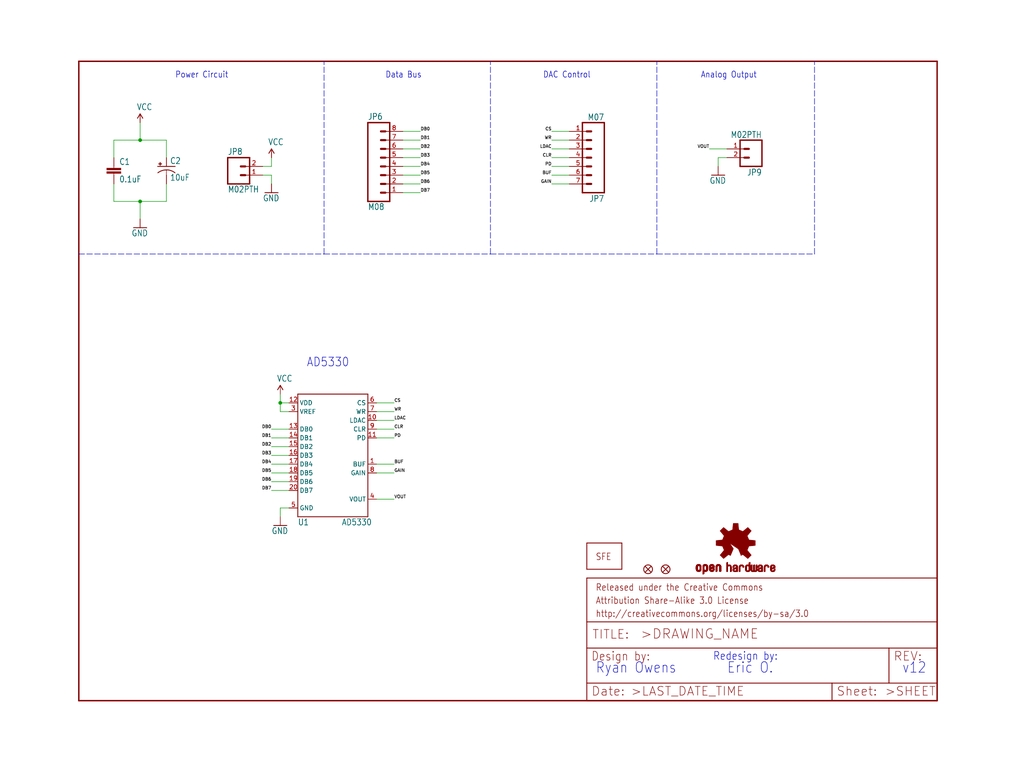
<source format=kicad_sch>
(kicad_sch (version 20211123) (generator eeschema)
  (paper "User" 297.002 223.926)
  (lib_symbols
    (symbol "eagleSchem-eagle-import:0.1UF-25V(+80{slash}-20%)(0603)"
      (property "Reference" "C" (at 1.524 2.921 0))
      (property "Value" "0.1UF-25V(+80{slash}-20%)(0603)" (at 1.524 -2.159 0))
      (symbol "0.1UF-25V(+80{slash}-20%)(0603)_1_0"
        (pin passive line (at 0 5.08 270) (length 2.54) (name "1") (number "1"))
        (pin passive line (at 0 -2.54 90) (length 2.54) (name "2") (number "2"))
      )
    )
    (symbol "eagleSchem-eagle-import:10UF-16V-10%(TANT)"
      (property "Reference" "C" (at 1.016 0.635 0))
      (property "Value" "10UF-16V-10%(TANT)" (at 1.016 -4.191 0))
      (symbol "10UF-16V-10%(TANT)_1_0"
        (pin passive line (at 0 2.54 270) (length 2.54) (name "+") (number "A"))
        (pin passive line (at 0 -5.08 90) (length 2.54) (name "-") (number "C"))
      )
    )
    (symbol "eagleSchem-eagle-import:AD5330"
      (property "Reference" "U" (at -10.16 -20.32 0))
      (property "Value" "AD5330" (at 2.54 -20.32 0))
      (symbol "AD5330_1_0"
        (pin bidirectional line (at 12.7 -2.54 180) (length 2.54) (name "BUF") (number "1"))
        (pin bidirectional line (at 12.7 10.16 180) (length 2.54) (name "LDAC") (number "10"))
        (pin bidirectional line (at 12.7 5.08 180) (length 2.54) (name "PD") (number "11"))
        (pin bidirectional line (at -12.7 15.24 0) (length 2.54) (name "VDD") (number "12"))
        (pin bidirectional line (at -12.7 7.62 0) (length 2.54) (name "DB0") (number "13"))
        (pin bidirectional line (at -12.7 5.08 0) (length 2.54) (name "DB1") (number "14"))
        (pin bidirectional line (at -12.7 2.54 0) (length 2.54) (name "DB2") (number "15"))
        (pin bidirectional line (at -12.7 0 0) (length 2.54) (name "DB3") (number "16"))
        (pin bidirectional line (at -12.7 -2.54 0) (length 2.54) (name "DB4") (number "17"))
        (pin bidirectional line (at -12.7 -5.08 0) (length 2.54) (name "DB5") (number "18"))
        (pin bidirectional line (at -12.7 -7.62 0) (length 2.54) (name "DB6") (number "19"))
        (pin bidirectional line (at -12.7 -10.16 0) (length 2.54) (name "DB7") (number "20"))
        (pin bidirectional line (at -12.7 12.7 0) (length 2.54) (name "VREF") (number "3"))
        (pin bidirectional line (at 12.7 -12.7 180) (length 2.54) (name "VOUT") (number "4"))
        (pin bidirectional line (at -12.7 -15.24 0) (length 2.54) (name "GND") (number "5"))
        (pin bidirectional line (at 12.7 15.24 180) (length 2.54) (name "CS") (number "6"))
        (pin bidirectional line (at 12.7 12.7 180) (length 2.54) (name "WR") (number "7"))
        (pin bidirectional line (at 12.7 -5.08 180) (length 2.54) (name "GAIN") (number "8"))
        (pin bidirectional line (at 12.7 7.62 180) (length 2.54) (name "CLR") (number "9"))
      )
    )
    (symbol "eagleSchem-eagle-import:FIDUCIAL1X2")
    (symbol "eagleSchem-eagle-import:FRAME-LETTER"
      (symbol "FRAME-LETTER_2_0"
        (text ">DRAWING_NAME" (at 15.494 17.78 0) (effects (font (size 2.7432 2.7432)) (justify left bottom)))
        (text ">LAST_DATE_TIME" (at 12.7 1.27 0) (effects (font (size 2.54 2.54)) (justify left bottom)))
        (text ">SHEET" (at 86.36 1.27 0) (effects (font (size 2.54 2.54)) (justify left bottom)))
        (text "Attribution Share-Alike 3.0 License" (at 2.54 27.94 0) (effects (font (size 1.9304 1.6408)) (justify left bottom)))
        (text "Date:" (at 1.27 1.27 0) (effects (font (size 2.54 2.54)) (justify left bottom)))
        (text "Design by:" (at 1.27 11.43 0) (effects (font (size 2.54 2.159)) (justify left bottom)))
        (text "http://creativecommons.org/licenses/by-sa/3.0" (at 2.54 24.13 0) (effects (font (size 1.9304 1.6408)) (justify left bottom)))
        (text "Released under the Creative Commons" (at 2.54 31.75 0) (effects (font (size 1.9304 1.6408)) (justify left bottom)))
        (text "REV:" (at 88.9 11.43 0) (effects (font (size 2.54 2.54)) (justify left bottom)))
        (text "Sheet:" (at 72.39 1.27 0) (effects (font (size 2.54 2.54)) (justify left bottom)))
        (text "TITLE:" (at 1.524 17.78 0) (effects (font (size 2.54 2.54)) (justify left bottom)))
      )
    )
    (symbol "eagleSchem-eagle-import:GND" (power)
      (property "Value" "GND" (at -2.54 -2.54 0))
      (symbol "GND_1_0"
        (pin power_in line (at 0 2.54 270) (length 2.54) (name "GND") (number "1"))
      )
    )
    (symbol "eagleSchem-eagle-import:LOGO-SFENEW"
      (symbol "LOGO-SFENEW_1_0"
        (text "SFE" (at 0 0 0) (effects (font (size 1.9304 1.6408)) (justify left bottom)))
      )
    )
    (symbol "eagleSchem-eagle-import:M02PTH"
      (property "Reference" "JP" (at -2.54 5.842 0))
      (property "Value" "M02PTH" (at -2.54 -5.08 0))
      (symbol "M02PTH_1_0"
        (pin passive line (at 7.62 0 180) (length 5.08) (name "1") (number "1"))
        (pin passive line (at 7.62 2.54 180) (length 5.08) (name "2") (number "2"))
      )
    )
    (symbol "eagleSchem-eagle-import:M07"
      (property "Reference" "JP" (at -5.08 13.462 0))
      (property "Value" "M07" (at -5.08 -10.16 0))
      (symbol "M07_1_0"
        (pin passive line (at 5.08 -5.08 180) (length 5.08) (name "1") (number "1"))
        (pin passive line (at 5.08 -2.54 180) (length 5.08) (name "2") (number "2"))
        (pin passive line (at 5.08 0 180) (length 5.08) (name "3") (number "3"))
        (pin passive line (at 5.08 2.54 180) (length 5.08) (name "4") (number "4"))
        (pin passive line (at 5.08 5.08 180) (length 5.08) (name "5") (number "5"))
        (pin passive line (at 5.08 7.62 180) (length 5.08) (name "6") (number "6"))
        (pin passive line (at 5.08 10.16 180) (length 5.08) (name "7") (number "7"))
      )
    )
    (symbol "eagleSchem-eagle-import:M08"
      (property "Reference" "JP" (at -5.08 13.462 0))
      (property "Value" "M08" (at -5.08 -12.7 0))
      (symbol "M08_1_0"
        (pin passive line (at 5.08 -7.62 180) (length 5.08) (name "1") (number "1"))
        (pin passive line (at 5.08 -5.08 180) (length 5.08) (name "2") (number "2"))
        (pin passive line (at 5.08 -2.54 180) (length 5.08) (name "3") (number "3"))
        (pin passive line (at 5.08 0 180) (length 5.08) (name "4") (number "4"))
        (pin passive line (at 5.08 2.54 180) (length 5.08) (name "5") (number "5"))
        (pin passive line (at 5.08 5.08 180) (length 5.08) (name "6") (number "6"))
        (pin passive line (at 5.08 7.62 180) (length 5.08) (name "7") (number "7"))
        (pin passive line (at 5.08 10.16 180) (length 5.08) (name "8") (number "8"))
      )
    )
    (symbol "eagleSchem-eagle-import:OSHW-LOGOS")
    (symbol "eagleSchem-eagle-import:VCC" (power)
      (property "Value" "VCC" (at -1.016 3.556 0))
      (symbol "VCC_1_0"
        (pin power_in line (at 0 0 90) (length 2.54) (name "VCC") (number "1"))
      )
    )
  )
  (junction (at 40.64 40.64))
  (junction (at 40.64 58.42))
  (junction (at 81.28 116.84))
  (wire (pts (xy 81.28 116.84) (xy 81.28 114.3)))
  (polyline (pts (xy 142.24 73.66) (xy 190.5 73.66)))
  (wire (pts (xy 208.28 45.72) (xy 210.82 45.72)))
  (wire (pts (xy 40.64 58.42) (xy 40.64 63.5)))
  (polyline (pts (xy 142.24 73.66) (xy 142.24 17.78)))
  (wire (pts (xy 83.82 127) (xy 78.74 127)))
  (wire (pts (xy 40.64 40.64) (xy 48.26 40.64)))
  (polyline (pts (xy 236.22 73.66) (xy 236.22 17.78)))
  (wire (pts (xy 116.84 45.72) (xy 121.92 45.72)))
  (wire (pts (xy 165.1 43.18) (xy 160.02 43.18)))
  (wire (pts (xy 165.1 38.1) (xy 160.02 38.1)))
  (wire (pts (xy 83.82 132.08) (xy 78.74 132.08)))
  (wire (pts (xy 109.22 137.16) (xy 114.3 137.16)))
  (wire (pts (xy 109.22 116.84) (xy 114.3 116.84)))
  (wire (pts (xy 109.22 121.92) (xy 114.3 121.92)))
  (wire (pts (xy 160.02 53.34) (xy 165.1 53.34)))
  (wire (pts (xy 116.84 55.88) (xy 121.92 55.88)))
  (wire (pts (xy 33.02 45.72) (xy 33.02 40.64)))
  (wire (pts (xy 165.1 48.26) (xy 160.02 48.26)))
  (wire (pts (xy 33.02 40.64) (xy 40.64 40.64)))
  (wire (pts (xy 116.84 43.18) (xy 121.92 43.18)))
  (wire (pts (xy 116.84 50.8) (xy 121.92 50.8)))
  (wire (pts (xy 83.82 142.24) (xy 78.74 142.24)))
  (wire (pts (xy 83.82 124.46) (xy 78.74 124.46)))
  (wire (pts (xy 78.74 50.8) (xy 78.74 53.34)))
  (wire (pts (xy 83.82 116.84) (xy 81.28 116.84)))
  (wire (pts (xy 81.28 147.32) (xy 81.28 149.86)))
  (wire (pts (xy 33.02 53.34) (xy 33.02 58.42)))
  (wire (pts (xy 83.82 119.38) (xy 81.28 119.38)))
  (wire (pts (xy 40.64 58.42) (xy 48.26 58.42)))
  (wire (pts (xy 83.82 129.54) (xy 78.74 129.54)))
  (wire (pts (xy 165.1 45.72) (xy 160.02 45.72)))
  (wire (pts (xy 109.22 127) (xy 114.3 127)))
  (polyline (pts (xy 93.98 73.66) (xy 142.24 73.66)))
  (wire (pts (xy 210.82 43.18) (xy 205.74 43.18)))
  (wire (pts (xy 165.1 40.64) (xy 160.02 40.64)))
  (polyline (pts (xy 190.5 73.66) (xy 190.5 17.78)))
  (wire (pts (xy 83.82 147.32) (xy 81.28 147.32)))
  (wire (pts (xy 40.64 35.56) (xy 40.64 40.64)))
  (wire (pts (xy 76.2 48.26) (xy 78.74 48.26)))
  (wire (pts (xy 109.22 144.78) (xy 114.3 144.78)))
  (wire (pts (xy 165.1 50.8) (xy 160.02 50.8)))
  (wire (pts (xy 83.82 139.7) (xy 78.74 139.7)))
  (wire (pts (xy 83.82 137.16) (xy 78.74 137.16)))
  (wire (pts (xy 78.74 48.26) (xy 78.74 45.72)))
  (wire (pts (xy 116.84 53.34) (xy 121.92 53.34)))
  (wire (pts (xy 116.84 38.1) (xy 121.92 38.1)))
  (wire (pts (xy 81.28 119.38) (xy 81.28 116.84)))
  (wire (pts (xy 76.2 50.8) (xy 78.74 50.8)))
  (wire (pts (xy 109.22 124.46) (xy 114.3 124.46)))
  (polyline (pts (xy 190.5 73.66) (xy 236.22 73.66)))
  (wire (pts (xy 109.22 119.38) (xy 114.3 119.38)))
  (polyline (pts (xy 22.86 73.66) (xy 93.98 73.66)))
  (wire (pts (xy 48.26 40.64) (xy 48.26 45.72)))
  (wire (pts (xy 83.82 134.62) (xy 78.74 134.62)))
  (wire (pts (xy 116.84 40.64) (xy 121.92 40.64)))
  (wire (pts (xy 109.22 134.62) (xy 114.3 134.62)))
  (wire (pts (xy 208.28 48.26) (xy 208.28 45.72)))
  (wire (pts (xy 33.02 58.42) (xy 40.64 58.42)))
  (wire (pts (xy 48.26 58.42) (xy 48.26 53.34)))
  (wire (pts (xy 116.84 48.26) (xy 121.92 48.26)))
  (polyline (pts (xy 93.98 73.66) (xy 93.98 17.78)))
  (text "Data Bus" (at 111.76 22.86 180) (effects (font (size 1.778 1.5113)) (justify left bottom)))
  (text "Ryan Owens" (at 172.72 195.58 180) (effects (font (size 3.048 2.5908)) (justify left bottom)))
  (text "Redesign by:" (at 206.756 191.77 180) (effects (font (size 2.286 1.9431)) (justify left bottom)))
  (text "Analog Output" (at 203.2 22.86 180) (effects (font (size 1.778 1.5113)) (justify left bottom)))
  (text "AD5330" (at 88.9 106.68 180) (effects (font (size 2.54 2.159)) (justify left bottom)))
  (text "v12" (at 261.62 195.58 180) (effects (font (size 3.048 2.5908)) (justify left bottom)))
  (text "Eric O." (at 210.82 195.58 180) (effects (font (size 3.048 2.5908)) (justify left bottom)))
  (text "DAC Control" (at 157.48 22.86 180) (effects (font (size 1.778 1.5113)) (justify left bottom)))
  (text "Power Circuit" (at 50.8 22.86 180) (effects (font (size 1.778 1.5113)) (justify left bottom)))
  (label "CS" (at 160.02 38.1 180) (effects (font (size 0.889 0.889))))
  (label "BUF" (at 114.3 134.62 0) (effects (font (size 0.889 0.889))))
  (label "PD" (at 114.3 127 0) (effects (font (size 0.889 0.889))))
  (label "DB0" (at 121.92 38.1 0) (effects (font (size 0.889 0.889))))
  (label "DB5" (at 121.92 50.8 0) (effects (font (size 0.889 0.889))))
  (label "WR" (at 160.02 40.64 180) (effects (font (size 0.889 0.889))))
  (label "DB7" (at 121.92 55.88 0) (effects (font (size 0.889 0.889))))
  (label "GAIN" (at 160.02 53.34 180) (effects (font (size 0.889 0.889))))
  (label "VOUT" (at 114.3 144.78 0) (effects (font (size 0.889 0.889))))
  (label "DB1" (at 78.74 127 180) (effects (font (size 0.889 0.889))))
  (label "DB5" (at 78.74 137.16 180) (effects (font (size 0.889 0.889))))
  (label "LDAC" (at 114.3 121.92 0) (effects (font (size 0.889 0.889))))
  (label "VOUT" (at 205.74 43.18 180) (effects (font (size 0.889 0.889))))
  (label "DB2" (at 121.92 43.18 0) (effects (font (size 0.889 0.889))))
  (label "DB1" (at 121.92 40.64 0) (effects (font (size 0.889 0.889))))
  (label "DB4" (at 78.74 134.62 180) (effects (font (size 0.889 0.889))))
  (label "LDAC" (at 160.02 43.18 180) (effects (font (size 0.889 0.889))))
  (label "DB3" (at 78.74 132.08 180) (effects (font (size 0.889 0.889))))
  (label "WR" (at 114.3 119.38 0) (effects (font (size 0.889 0.889))))
  (label "GAIN" (at 114.3 137.16 0) (effects (font (size 0.889 0.889))))
  (label "CLR" (at 114.3 124.46 0) (effects (font (size 0.889 0.889))))
  (label "DB6" (at 121.92 53.34 0) (effects (font (size 0.889 0.889))))
  (label "DB2" (at 78.74 129.54 180) (effects (font (size 0.889 0.889))))
  (label "PD" (at 160.02 48.26 180) (effects (font (size 0.889 0.889))))
  (label "DB3" (at 121.92 45.72 0) (effects (font (size 0.889 0.889))))
  (label "DB7" (at 78.74 142.24 180) (effects (font (size 0.889 0.889))))
  (label "DB4" (at 121.92 48.26 0) (effects (font (size 0.889 0.889))))
  (label "DB0" (at 78.74 124.46 180) (effects (font (size 0.889 0.889))))
  (label "DB6" (at 78.74 139.7 180) (effects (font (size 0.889 0.889))))
  (label "CLR" (at 160.02 45.72 180) (effects (font (size 0.889 0.889))))
  (label "CS" (at 114.3 116.84 0) (effects (font (size 0.889 0.889))))
  (label "BUF" (at 160.02 50.8 180) (effects (font (size 0.889 0.889))))
  (symbol (lib_id "eagleSchem-eagle-import:M02PTH") (at 68.58 50.8 0) (unit 1)
    (property "Reference" "JP8" (at 66.04 44.958 0) (effects (font (size 1.778 1.5113)) (justify left bottom)))
    (property "Value" "M02PTH" (at 66.04 55.88 0) (effects (font (size 1.778 1.5113)) (justify left bottom)))
    (property "Footprint" "eagleSchem:1X02" (effects hide))
  )
  (symbol (lib_id "eagleSchem-eagle-import:OSHW-LOGOS") (at 213.36 157.48 0) (unit 1)
    (property "Reference" "LOGO1" (effects hide))
    (property "Value" "OSHW-LOGOS" (effects hide))
    (property "Footprint" "eagleSchem:OSHW-LOGO-S" (effects hide))
  )
  (symbol (lib_id "eagleSchem-eagle-import:10UF-16V-10%(TANT)") (at 48.26 48.26 0) (unit 1)
    (property "Reference" "C2" (at 49.276 47.625 0) (effects (font (size 1.778 1.5113)) (justify left bottom)))
    (property "Value" "10uF" (at 49.276 52.451 0) (effects (font (size 1.778 1.5113)) (justify left bottom)))
    (property "Footprint" "eagleSchem:EIA3216" (effects hide))
  )
  (symbol (lib_id "eagleSchem-eagle-import:GND") (at 81.28 152.4 0) (unit 1)
    (property "Reference" "#GND2" (effects hide))
    (property "Value" "GND" (at 78.74 154.94 0) (effects (font (size 1.778 1.5113)) (justify left bottom)))
    (property "Footprint" "eagleSchem:" (effects hide))
  )
  (symbol (lib_id "eagleSchem-eagle-import:AD5330") (at 96.52 132.08 0) (unit 1)
    (property "Reference" "U1" (at 86.36 152.4 0) (effects (font (size 1.778 1.5113)) (justify left bottom)))
    (property "Value" "AD5330" (at 99.06 152.4 0) (effects (font (size 1.778 1.5113)) (justify left bottom)))
    (property "Footprint" "eagleSchem:TSSOP20" (effects hide))
  )
  (symbol (lib_id "eagleSchem-eagle-import:FIDUCIAL1X2") (at 193.04 165.1 0) (unit 1)
    (property "Reference" "JP3" (effects hide))
    (property "Value" "FIDUCIAL1X2" (effects hide))
    (property "Footprint" "eagleSchem:FIDUCIAL-1X2" (effects hide))
  )
  (symbol (lib_id "eagleSchem-eagle-import:VCC") (at 81.28 114.3 0) (unit 1)
    (property "Reference" "#P+2" (effects hide))
    (property "Value" "VCC" (at 80.264 110.744 0) (effects (font (size 1.778 1.5113)) (justify left bottom)))
    (property "Footprint" "eagleSchem:" (effects hide))
  )
  (symbol (lib_id "eagleSchem-eagle-import:GND") (at 208.28 50.8 0) (unit 1)
    (property "Reference" "#GND4" (effects hide))
    (property "Value" "GND" (at 205.74 53.34 0) (effects (font (size 1.778 1.5113)) (justify left bottom)))
    (property "Footprint" "eagleSchem:" (effects hide))
  )
  (symbol (lib_id "eagleSchem-eagle-import:VCC") (at 78.74 45.72 0) (unit 1)
    (property "Reference" "#P+3" (effects hide))
    (property "Value" "VCC" (at 77.724 42.164 0) (effects (font (size 1.778 1.5113)) (justify left bottom)))
    (property "Footprint" "eagleSchem:" (effects hide))
  )
  (symbol (lib_id "eagleSchem-eagle-import:0.1UF-25V(+80{slash}-20%)(0603)") (at 33.02 50.8 0) (unit 1)
    (property "Reference" "C1" (at 34.544 47.879 0) (effects (font (size 1.778 1.5113)) (justify left bottom)))
    (property "Value" "0.1uF" (at 34.544 52.959 0) (effects (font (size 1.778 1.5113)) (justify left bottom)))
    (property "Footprint" "eagleSchem:0603-CAP" (effects hide))
  )
  (symbol (lib_id "eagleSchem-eagle-import:M08") (at 111.76 48.26 0) (unit 1)
    (property "Reference" "JP6" (at 106.68 34.798 0) (effects (font (size 1.778 1.5113)) (justify left bottom)))
    (property "Value" "M08" (at 106.68 60.96 0) (effects (font (size 1.778 1.5113)) (justify left bottom)))
    (property "Footprint" "eagleSchem:1X08" (effects hide))
  )
  (symbol (lib_id "eagleSchem-eagle-import:M07") (at 170.18 43.18 180) (unit 1)
    (property "Reference" "JP7" (at 175.26 56.642 0) (effects (font (size 1.778 1.5113)) (justify left bottom)))
    (property "Value" "M07" (at 175.26 33.02 0) (effects (font (size 1.778 1.5113)) (justify left bottom)))
    (property "Footprint" "eagleSchem:1X07" (effects hide))
  )
  (symbol (lib_id "eagleSchem-eagle-import:FIDUCIAL1X2") (at 187.96 165.1 0) (unit 1)
    (property "Reference" "JP2" (effects hide))
    (property "Value" "FIDUCIAL1X2" (effects hide))
    (property "Footprint" "eagleSchem:FIDUCIAL-1X2" (effects hide))
  )
  (symbol (lib_id "eagleSchem-eagle-import:FRAME-LETTER") (at 170.18 203.2 0) (unit 2)
    (property "Reference" "FRAME1" (effects hide))
    (property "Value" "FRAME-LETTER" (effects hide))
    (property "Footprint" "eagleSchem:CREATIVE_COMMONS" (effects hide))
  )
  (symbol (lib_id "eagleSchem-eagle-import:LOGO-SFENEW") (at 172.72 162.56 0) (unit 1)
    (property "Reference" "JP1" (effects hide))
    (property "Value" "LOGO-SFENEW" (effects hide))
    (property "Footprint" "eagleSchem:SFE-NEW-WEBLOGO" (effects hide))
  )
  (symbol (lib_id "eagleSchem-eagle-import:GND") (at 78.74 55.88 0) (unit 1)
    (property "Reference" "#GND3" (effects hide))
    (property "Value" "GND" (at 76.2 58.42 0) (effects (font (size 1.778 1.5113)) (justify left bottom)))
    (property "Footprint" "eagleSchem:" (effects hide))
  )
  (symbol (lib_id "eagleSchem-eagle-import:M02PTH") (at 218.44 43.18 180) (unit 1)
    (property "Reference" "JP9" (at 220.98 49.022 0) (effects (font (size 1.778 1.5113)) (justify left bottom)))
    (property "Value" "M02PTH" (at 220.98 38.1 0) (effects (font (size 1.778 1.5113)) (justify left bottom)))
    (property "Footprint" "eagleSchem:1X02" (effects hide))
  )
  (symbol (lib_id "eagleSchem-eagle-import:VCC") (at 40.64 35.56 0) (unit 1)
    (property "Reference" "#P+1" (effects hide))
    (property "Value" "VCC" (at 39.624 32.004 0) (effects (font (size 1.778 1.5113)) (justify left bottom)))
    (property "Footprint" "eagleSchem:" (effects hide))
  )
  (symbol (lib_id "eagleSchem-eagle-import:FRAME-LETTER") (at 22.86 203.2 0) (unit 1)
    (property "Reference" "FRAME1" (effects hide))
    (property "Value" "FRAME-LETTER" (effects hide))
    (property "Footprint" "eagleSchem:CREATIVE_COMMONS" (effects hide))
  )
  (symbol (lib_id "eagleSchem-eagle-import:GND") (at 40.64 66.04 0) (unit 1)
    (property "Reference" "#GND1" (effects hide))
    (property "Value" "GND" (at 38.1 68.58 0) (effects (font (size 1.778 1.5113)) (justify left bottom)))
    (property "Footprint" "eagleSchem:" (effects hide))
  )
)
</source>
